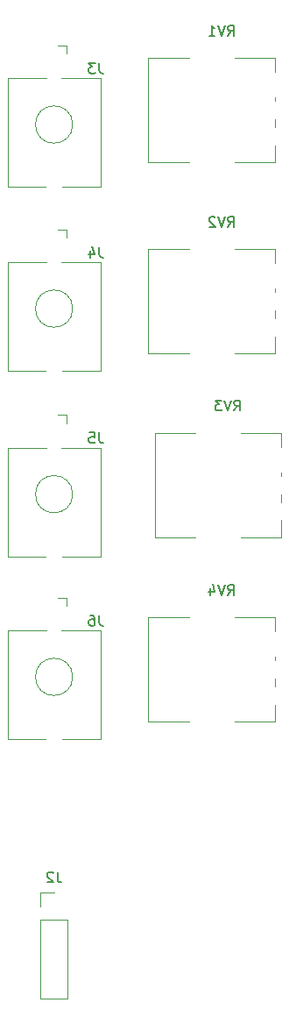
<source format=gbr>
%TF.GenerationSoftware,KiCad,Pcbnew,7.0.8*%
%TF.CreationDate,2023-10-15T22:05:22-04:00*%
%TF.ProjectId,Gates Out,47617465-7320-44f7-9574-2e6b69636164,rev?*%
%TF.SameCoordinates,Original*%
%TF.FileFunction,Legend,Bot*%
%TF.FilePolarity,Positive*%
%FSLAX46Y46*%
G04 Gerber Fmt 4.6, Leading zero omitted, Abs format (unit mm)*
G04 Created by KiCad (PCBNEW 7.0.8) date 2023-10-15 22:05:22*
%MOMM*%
%LPD*%
G01*
G04 APERTURE LIST*
%ADD10C,0.150000*%
%ADD11C,0.120000*%
G04 APERTURE END LIST*
D10*
X148865238Y-109644819D02*
X149198571Y-109168628D01*
X149436666Y-109644819D02*
X149436666Y-108644819D01*
X149436666Y-108644819D02*
X149055714Y-108644819D01*
X149055714Y-108644819D02*
X148960476Y-108692438D01*
X148960476Y-108692438D02*
X148912857Y-108740057D01*
X148912857Y-108740057D02*
X148865238Y-108835295D01*
X148865238Y-108835295D02*
X148865238Y-108978152D01*
X148865238Y-108978152D02*
X148912857Y-109073390D01*
X148912857Y-109073390D02*
X148960476Y-109121009D01*
X148960476Y-109121009D02*
X149055714Y-109168628D01*
X149055714Y-109168628D02*
X149436666Y-109168628D01*
X148579523Y-108644819D02*
X148246190Y-109644819D01*
X148246190Y-109644819D02*
X147912857Y-108644819D01*
X147150952Y-108978152D02*
X147150952Y-109644819D01*
X147389047Y-108597200D02*
X147627142Y-109311485D01*
X147627142Y-109311485D02*
X147008095Y-109311485D01*
X149485238Y-91824819D02*
X149818571Y-91348628D01*
X150056666Y-91824819D02*
X150056666Y-90824819D01*
X150056666Y-90824819D02*
X149675714Y-90824819D01*
X149675714Y-90824819D02*
X149580476Y-90872438D01*
X149580476Y-90872438D02*
X149532857Y-90920057D01*
X149532857Y-90920057D02*
X149485238Y-91015295D01*
X149485238Y-91015295D02*
X149485238Y-91158152D01*
X149485238Y-91158152D02*
X149532857Y-91253390D01*
X149532857Y-91253390D02*
X149580476Y-91301009D01*
X149580476Y-91301009D02*
X149675714Y-91348628D01*
X149675714Y-91348628D02*
X150056666Y-91348628D01*
X149199523Y-90824819D02*
X148866190Y-91824819D01*
X148866190Y-91824819D02*
X148532857Y-90824819D01*
X148294761Y-90824819D02*
X147675714Y-90824819D01*
X147675714Y-90824819D02*
X148009047Y-91205771D01*
X148009047Y-91205771D02*
X147866190Y-91205771D01*
X147866190Y-91205771D02*
X147770952Y-91253390D01*
X147770952Y-91253390D02*
X147723333Y-91301009D01*
X147723333Y-91301009D02*
X147675714Y-91396247D01*
X147675714Y-91396247D02*
X147675714Y-91634342D01*
X147675714Y-91634342D02*
X147723333Y-91729580D01*
X147723333Y-91729580D02*
X147770952Y-91777200D01*
X147770952Y-91777200D02*
X147866190Y-91824819D01*
X147866190Y-91824819D02*
X148151904Y-91824819D01*
X148151904Y-91824819D02*
X148247142Y-91777200D01*
X148247142Y-91777200D02*
X148294761Y-91729580D01*
X148865238Y-74084819D02*
X149198571Y-73608628D01*
X149436666Y-74084819D02*
X149436666Y-73084819D01*
X149436666Y-73084819D02*
X149055714Y-73084819D01*
X149055714Y-73084819D02*
X148960476Y-73132438D01*
X148960476Y-73132438D02*
X148912857Y-73180057D01*
X148912857Y-73180057D02*
X148865238Y-73275295D01*
X148865238Y-73275295D02*
X148865238Y-73418152D01*
X148865238Y-73418152D02*
X148912857Y-73513390D01*
X148912857Y-73513390D02*
X148960476Y-73561009D01*
X148960476Y-73561009D02*
X149055714Y-73608628D01*
X149055714Y-73608628D02*
X149436666Y-73608628D01*
X148579523Y-73084819D02*
X148246190Y-74084819D01*
X148246190Y-74084819D02*
X147912857Y-73084819D01*
X147627142Y-73180057D02*
X147579523Y-73132438D01*
X147579523Y-73132438D02*
X147484285Y-73084819D01*
X147484285Y-73084819D02*
X147246190Y-73084819D01*
X147246190Y-73084819D02*
X147150952Y-73132438D01*
X147150952Y-73132438D02*
X147103333Y-73180057D01*
X147103333Y-73180057D02*
X147055714Y-73275295D01*
X147055714Y-73275295D02*
X147055714Y-73370533D01*
X147055714Y-73370533D02*
X147103333Y-73513390D01*
X147103333Y-73513390D02*
X147674761Y-74084819D01*
X147674761Y-74084819D02*
X147055714Y-74084819D01*
X148865238Y-55624819D02*
X149198571Y-55148628D01*
X149436666Y-55624819D02*
X149436666Y-54624819D01*
X149436666Y-54624819D02*
X149055714Y-54624819D01*
X149055714Y-54624819D02*
X148960476Y-54672438D01*
X148960476Y-54672438D02*
X148912857Y-54720057D01*
X148912857Y-54720057D02*
X148865238Y-54815295D01*
X148865238Y-54815295D02*
X148865238Y-54958152D01*
X148865238Y-54958152D02*
X148912857Y-55053390D01*
X148912857Y-55053390D02*
X148960476Y-55101009D01*
X148960476Y-55101009D02*
X149055714Y-55148628D01*
X149055714Y-55148628D02*
X149436666Y-55148628D01*
X148579523Y-54624819D02*
X148246190Y-55624819D01*
X148246190Y-55624819D02*
X147912857Y-54624819D01*
X147055714Y-55624819D02*
X147627142Y-55624819D01*
X147341428Y-55624819D02*
X147341428Y-54624819D01*
X147341428Y-54624819D02*
X147436666Y-54767676D01*
X147436666Y-54767676D02*
X147531904Y-54862914D01*
X147531904Y-54862914D02*
X147627142Y-54910533D01*
X136443333Y-111594819D02*
X136443333Y-112309104D01*
X136443333Y-112309104D02*
X136490952Y-112451961D01*
X136490952Y-112451961D02*
X136586190Y-112547200D01*
X136586190Y-112547200D02*
X136729047Y-112594819D01*
X136729047Y-112594819D02*
X136824285Y-112594819D01*
X135538571Y-111594819D02*
X135729047Y-111594819D01*
X135729047Y-111594819D02*
X135824285Y-111642438D01*
X135824285Y-111642438D02*
X135871904Y-111690057D01*
X135871904Y-111690057D02*
X135967142Y-111832914D01*
X135967142Y-111832914D02*
X136014761Y-112023390D01*
X136014761Y-112023390D02*
X136014761Y-112404342D01*
X136014761Y-112404342D02*
X135967142Y-112499580D01*
X135967142Y-112499580D02*
X135919523Y-112547200D01*
X135919523Y-112547200D02*
X135824285Y-112594819D01*
X135824285Y-112594819D02*
X135633809Y-112594819D01*
X135633809Y-112594819D02*
X135538571Y-112547200D01*
X135538571Y-112547200D02*
X135490952Y-112499580D01*
X135490952Y-112499580D02*
X135443333Y-112404342D01*
X135443333Y-112404342D02*
X135443333Y-112166247D01*
X135443333Y-112166247D02*
X135490952Y-112071009D01*
X135490952Y-112071009D02*
X135538571Y-112023390D01*
X135538571Y-112023390D02*
X135633809Y-111975771D01*
X135633809Y-111975771D02*
X135824285Y-111975771D01*
X135824285Y-111975771D02*
X135919523Y-112023390D01*
X135919523Y-112023390D02*
X135967142Y-112071009D01*
X135967142Y-112071009D02*
X136014761Y-112166247D01*
X136443333Y-93954819D02*
X136443333Y-94669104D01*
X136443333Y-94669104D02*
X136490952Y-94811961D01*
X136490952Y-94811961D02*
X136586190Y-94907200D01*
X136586190Y-94907200D02*
X136729047Y-94954819D01*
X136729047Y-94954819D02*
X136824285Y-94954819D01*
X135490952Y-93954819D02*
X135967142Y-93954819D01*
X135967142Y-93954819D02*
X136014761Y-94431009D01*
X136014761Y-94431009D02*
X135967142Y-94383390D01*
X135967142Y-94383390D02*
X135871904Y-94335771D01*
X135871904Y-94335771D02*
X135633809Y-94335771D01*
X135633809Y-94335771D02*
X135538571Y-94383390D01*
X135538571Y-94383390D02*
X135490952Y-94431009D01*
X135490952Y-94431009D02*
X135443333Y-94526247D01*
X135443333Y-94526247D02*
X135443333Y-94764342D01*
X135443333Y-94764342D02*
X135490952Y-94859580D01*
X135490952Y-94859580D02*
X135538571Y-94907200D01*
X135538571Y-94907200D02*
X135633809Y-94954819D01*
X135633809Y-94954819D02*
X135871904Y-94954819D01*
X135871904Y-94954819D02*
X135967142Y-94907200D01*
X135967142Y-94907200D02*
X136014761Y-94859580D01*
X136443333Y-76034819D02*
X136443333Y-76749104D01*
X136443333Y-76749104D02*
X136490952Y-76891961D01*
X136490952Y-76891961D02*
X136586190Y-76987200D01*
X136586190Y-76987200D02*
X136729047Y-77034819D01*
X136729047Y-77034819D02*
X136824285Y-77034819D01*
X135538571Y-76368152D02*
X135538571Y-77034819D01*
X135776666Y-75987200D02*
X136014761Y-76701485D01*
X136014761Y-76701485D02*
X135395714Y-76701485D01*
X136443333Y-58254819D02*
X136443333Y-58969104D01*
X136443333Y-58969104D02*
X136490952Y-59111961D01*
X136490952Y-59111961D02*
X136586190Y-59207200D01*
X136586190Y-59207200D02*
X136729047Y-59254819D01*
X136729047Y-59254819D02*
X136824285Y-59254819D01*
X136062380Y-58254819D02*
X135443333Y-58254819D01*
X135443333Y-58254819D02*
X135776666Y-58635771D01*
X135776666Y-58635771D02*
X135633809Y-58635771D01*
X135633809Y-58635771D02*
X135538571Y-58683390D01*
X135538571Y-58683390D02*
X135490952Y-58731009D01*
X135490952Y-58731009D02*
X135443333Y-58826247D01*
X135443333Y-58826247D02*
X135443333Y-59064342D01*
X135443333Y-59064342D02*
X135490952Y-59159580D01*
X135490952Y-59159580D02*
X135538571Y-59207200D01*
X135538571Y-59207200D02*
X135633809Y-59254819D01*
X135633809Y-59254819D02*
X135919523Y-59254819D01*
X135919523Y-59254819D02*
X136014761Y-59207200D01*
X136014761Y-59207200D02*
X136062380Y-59159580D01*
X132413333Y-136384819D02*
X132413333Y-137099104D01*
X132413333Y-137099104D02*
X132460952Y-137241961D01*
X132460952Y-137241961D02*
X132556190Y-137337200D01*
X132556190Y-137337200D02*
X132699047Y-137384819D01*
X132699047Y-137384819D02*
X132794285Y-137384819D01*
X131984761Y-136480057D02*
X131937142Y-136432438D01*
X131937142Y-136432438D02*
X131841904Y-136384819D01*
X131841904Y-136384819D02*
X131603809Y-136384819D01*
X131603809Y-136384819D02*
X131508571Y-136432438D01*
X131508571Y-136432438D02*
X131460952Y-136480057D01*
X131460952Y-136480057D02*
X131413333Y-136575295D01*
X131413333Y-136575295D02*
X131413333Y-136670533D01*
X131413333Y-136670533D02*
X131460952Y-136813390D01*
X131460952Y-136813390D02*
X132032380Y-137384819D01*
X132032380Y-137384819D02*
X131413333Y-137384819D01*
D11*
%TO.C,RV4*%
X153440000Y-111819000D02*
X153440000Y-113140000D01*
X153440000Y-111819000D02*
X149503000Y-111819000D01*
X153440000Y-115590000D02*
X153440000Y-115970000D01*
X153440000Y-117711000D02*
X153440000Y-118470000D01*
X153440000Y-120210000D02*
X153440000Y-121860000D01*
X153440000Y-121860000D02*
X149503000Y-121860000D01*
X145136000Y-111819000D02*
X141200000Y-111819000D01*
X145136000Y-121860000D02*
X141200000Y-121860000D01*
X141200000Y-111819000D02*
X141200000Y-121860000D01*
%TO.C,RV3*%
X154060000Y-93999000D02*
X154060000Y-95320000D01*
X154060000Y-93999000D02*
X150123000Y-93999000D01*
X154060000Y-97770000D02*
X154060000Y-98150000D01*
X154060000Y-99891000D02*
X154060000Y-100650000D01*
X154060000Y-102390000D02*
X154060000Y-104040000D01*
X154060000Y-104040000D02*
X150123000Y-104040000D01*
X145756000Y-93999000D02*
X141820000Y-93999000D01*
X145756000Y-104040000D02*
X141820000Y-104040000D01*
X141820000Y-93999000D02*
X141820000Y-104040000D01*
%TO.C,RV2*%
X153440000Y-76259000D02*
X153440000Y-77580000D01*
X153440000Y-76259000D02*
X149503000Y-76259000D01*
X153440000Y-80030000D02*
X153440000Y-80410000D01*
X153440000Y-82151000D02*
X153440000Y-82910000D01*
X153440000Y-84650000D02*
X153440000Y-86300000D01*
X153440000Y-86300000D02*
X149503000Y-86300000D01*
X145136000Y-76259000D02*
X141200000Y-76259000D01*
X145136000Y-86300000D02*
X141200000Y-86300000D01*
X141200000Y-76259000D02*
X141200000Y-86300000D01*
%TO.C,RV1*%
X153440000Y-57799000D02*
X153440000Y-59120000D01*
X153440000Y-57799000D02*
X149503000Y-57799000D01*
X153440000Y-61570000D02*
X153440000Y-61950000D01*
X153440000Y-63691000D02*
X153440000Y-64450000D01*
X153440000Y-66190000D02*
X153440000Y-67840000D01*
X153440000Y-67840000D02*
X149503000Y-67840000D01*
X145136000Y-57799000D02*
X141200000Y-57799000D01*
X145136000Y-67840000D02*
X141200000Y-67840000D01*
X141200000Y-57799000D02*
X141200000Y-67840000D01*
%TO.C,J6*%
X136580000Y-113040000D02*
X136580000Y-123540000D01*
X132800000Y-113040000D02*
X136580000Y-113040000D01*
X127580000Y-123540000D02*
X131280000Y-123540000D01*
X127580000Y-113040000D02*
X131360000Y-113040000D01*
X127580000Y-113040000D02*
X127580000Y-123540000D01*
X133310000Y-109890000D02*
X133310000Y-110690000D01*
X133310000Y-109890000D02*
X132450000Y-109890000D01*
X132880000Y-123540000D02*
X136580000Y-123540000D01*
X133880000Y-117540000D02*
G75*
G03*
X133880000Y-117540000I-1800000J0D01*
G01*
%TO.C,J5*%
X136580000Y-95400000D02*
X136580000Y-105900000D01*
X132800000Y-95400000D02*
X136580000Y-95400000D01*
X127580000Y-105900000D02*
X131280000Y-105900000D01*
X127580000Y-95400000D02*
X131360000Y-95400000D01*
X127580000Y-95400000D02*
X127580000Y-105900000D01*
X133310000Y-92250000D02*
X133310000Y-93050000D01*
X133310000Y-92250000D02*
X132450000Y-92250000D01*
X132880000Y-105900000D02*
X136580000Y-105900000D01*
X133880000Y-99900000D02*
G75*
G03*
X133880000Y-99900000I-1800000J0D01*
G01*
%TO.C,J4*%
X136580000Y-77480000D02*
X136580000Y-87980000D01*
X132800000Y-77480000D02*
X136580000Y-77480000D01*
X127580000Y-87980000D02*
X131280000Y-87980000D01*
X127580000Y-77480000D02*
X131360000Y-77480000D01*
X127580000Y-77480000D02*
X127580000Y-87980000D01*
X133310000Y-74330000D02*
X133310000Y-75130000D01*
X133310000Y-74330000D02*
X132450000Y-74330000D01*
X132880000Y-87980000D02*
X136580000Y-87980000D01*
X133880000Y-81980000D02*
G75*
G03*
X133880000Y-81980000I-1800000J0D01*
G01*
%TO.C,J3*%
X136580000Y-59700000D02*
X136580000Y-70200000D01*
X132800000Y-59700000D02*
X136580000Y-59700000D01*
X127580000Y-70200000D02*
X131280000Y-70200000D01*
X127580000Y-59700000D02*
X131360000Y-59700000D01*
X127580000Y-59700000D02*
X127580000Y-70200000D01*
X133310000Y-56550000D02*
X133310000Y-57350000D01*
X133310000Y-56550000D02*
X132450000Y-56550000D01*
X132880000Y-70200000D02*
X136580000Y-70200000D01*
X133880000Y-64200000D02*
G75*
G03*
X133880000Y-64200000I-1800000J0D01*
G01*
%TO.C,J2*%
X133410000Y-148650000D02*
X130750000Y-148650000D01*
X130750000Y-140970000D02*
X130750000Y-148650000D01*
X133410000Y-140970000D02*
X130750000Y-140970000D01*
X133410000Y-140970000D02*
X133410000Y-148650000D01*
X130750000Y-138370000D02*
X130750000Y-139700000D01*
X132080000Y-138370000D02*
X130750000Y-138370000D01*
%TD*%
M02*

</source>
